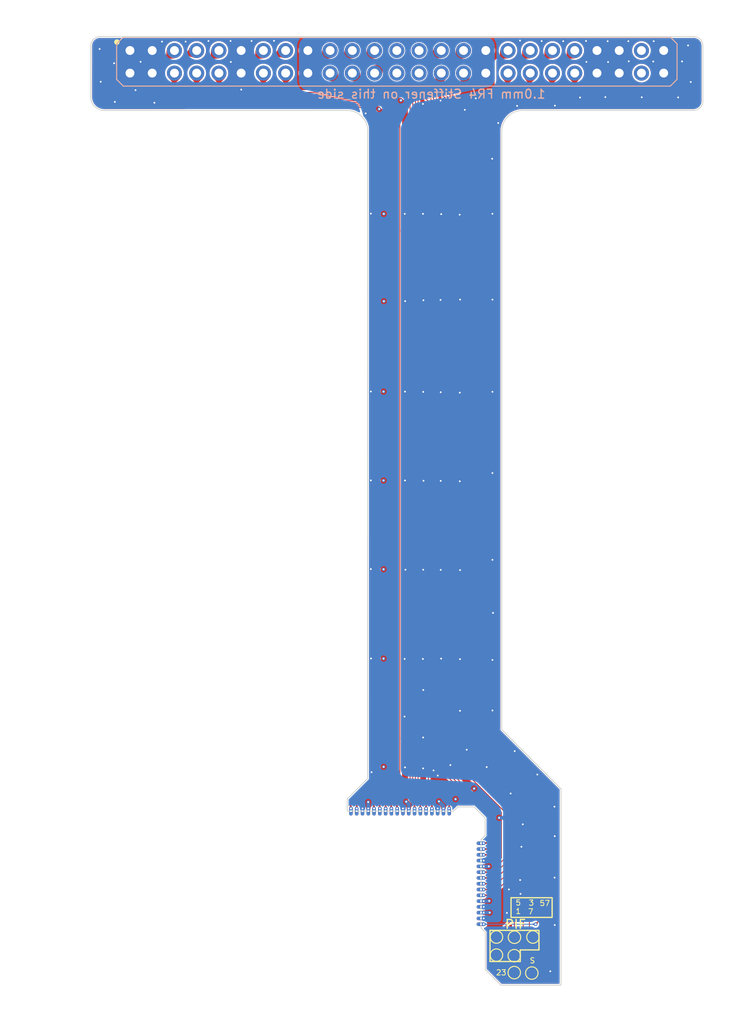
<source format=kicad_pcb>
(kicad_pcb (version 20240225) (generator "pcbnew") (generator_version "8.99")
  (layers (0 "F.Cu" signal) (1 "In1.Cu" signal) (2 "In2.Cu" signal) (31 "B.Cu" signal) (34 "B.Paste" user) (35 "F.Paste" user) (36 "B.SilkS" user "B.Silkscreen") (37 "F.SilkS" user "F.Silkscreen") (38 "B.Mask" user) (39 "F.Mask" user) (44 "Edge.Cuts" user))
  (net 0 "")
  (net 1 "GND")
  (net 2 "RCP-58")
  (net 3 "RCP-57")
  (net 4 "RCP-54")
  (net 5 "RCP-53")
  (net 6 "RCP-52")
  (net 7 "RCP-51")
  (net 8 "RCP-50")
  (net 9 "RCP-47")
  (net 10 "RCP-46")
  (net 11 "RCP-45")
  (net 12 "RCP-44")
  (net 13 "RCP-41")
  (net 14 "RCP-40")
  (net 15 "RCP-39")
  (net 16 "RCP-38")
  (net 17 "RCP-35")
  (net 18 "RCP-34")
  (net 19 "RCP-33")
  (net 20 "RCP-32")
  (net 21 "RCP-31")
  (net 22 "PIF-5")
  (net 23 "PIF-3")
  (net 24 "PIF-1")
  (net 25 "CPU-57")
  (net 26 "RCP-26")
  (net 27 "PIF-7")
  (net 28 "PIF-23")
  (net 29 "SYNC")
  (net 36 "+3.3V")
  (footprint "rcp_pad:TestPoint_RCP-NUS" (layer "F.Cu") (at 143.100828 127.177295)
    (property "Reference" "TP2" (hide yes))
    (property "Value" "Cart-28" (hide yes))
  )
  (footprint "TestPoint:TestPoint_Pad_D1.0mm" (layer "F.Cu") (at 160.811463 145.327295)
    (property "Reference" "TP38" (hide yes))
    (property "Value" "PIF-24" (hide yes))
  )
  (footprint "rcp_pad:TestPoint_RCP-NUS" (layer "F.Cu") (at 147.650828 127.177295)
    (property "Reference" "TP9" (hide yes))
    (property "Value" "Cart-7" (hide yes))
  )
  (footprint "rcp_pad:TestPoint_RCP-NUS" (layer "F.Cu") (at 157.075828 138.587295 -90)
    (property "Reference" "TP31" (hide yes))
    (property "Value" "GND" (hide yes))
  )
  (footprint "rcp_pad:TestPoint_RCP-NUS" (layer "F.Cu") (at 145.050828 127.177295)
    (property "Reference" "TP5" (hide yes))
    (property "Value" "Cart-4" (hide yes))
  )
  (footprint "rcp_pad:TestPoint_RCP-NUS" (layer "F.Cu") (at 157.075828 134.037295 -90)
    (property "Reference" "TP24" (hide yes))
    (property "Value" "Cart-37" (hide yes))
  )
  (footprint "rcp_pad:TestPoint_RCP-NUS" (layer "F.Cu") (at 142.450828 127.177295)
    (property "Reference" "TP1" (hide yes))
    (property "Value" "Cart-3" (hide yes))
  )
  (footprint "rcp_pad:TestPoint_RCP-NUS" (layer "F.Cu") (at 145.700828 127.177295)
    (property "Reference" "TP6" (hide yes))
    (property "Value" "Cart-29" (hide yes))
  )
  (footprint "rcp_pad:TestPoint_RCP-NUS" (layer "F.Cu") (at 157.075828 133.387295 -90)
    (property "Reference" "TP23" (hide yes))
    (property "Value" "GND" (hide yes))
  )
  (footprint "rcp_pad:TestPoint_RCP-NUS" (layer "F.Cu") (at 150.900828 127.177295)
    (property "Reference" "TP14" (hide yes))
    (property "Value" "Cart-33" (hide yes))
  )
  (footprint "rcp_pad:TestPoint_RCP-NUS" (layer "F.Cu") (at 148.950828 127.177295)
    (property "Reference" "TP11" (hide yes))
    (property "Value" "GND" (hide yes))
  )
  (footprint "rcp_pad:TestPoint_RCP-NUS" (layer "F.Cu") (at 153.500828 127.177295)
    (property "Reference" "TP18" (hide yes))
    (property "Value" "Cart-35" (hide yes))
  )
  (footprint "TestPoint:TestPoint_Pad_D1.0mm" (layer "F.Cu") (at 160.811463 143.427295)
    (property "Reference" "TP37" (hide yes))
    (property "Value" "PIF-7" (hide yes))
  )
  (footprint "rcp_pad:TestPoint_RCP-NUS" (layer "F.Cu") (at 152.850828 127.177295)
    (property "Reference" "TP17" (hide yes))
    (property "Value" "GND" (hide yes))
  )
  (footprint "rcp_pad:TestPoint_RCP-NUS" (layer "F.Cu") (at 144.400828 127.177295)
    (property "Reference" "TP4" (hide yes))
    (property "Value" "GND" (hide yes))
  )
  (footprint "rcp_pad:TestPoint_RCP-NUS" (layer "F.Cu") (at 148.300828 127.177295)
    (property "Reference" "TP10" (hide yes))
    (property "Value" "3v3" (hide yes))
  )
  (footprint "TestPoint:TestPoint_Pad_D1.0mm" (layer "F.Cu") (at 158.811463 143.362295)
    (property "Reference" "TP34" (hide yes))
    (property "Value" "PIF-1" (hide yes))
  )
  (footprint "TestPoint:TestPoint_Pad_D1.0mm" (layer "F.Cu") (at 160.836463 141.350495)
    (property "Reference" "TP35" (hide yes))
    (property "Value" "PIF-3" (hide yes))
  )
  (footprint "TestPoint:TestPoint_Pad_D1.0mm" (layer "F.Cu") (at 162.785828 145.377295)
    (property "Reference" "TP40" (hide yes))
    (property "Value" "VDC-NUS-32" (hide yes))
  )
  (footprint "rcp_pad:TestPoint_RCP-NUS" (layer "F.Cu") (at 157.075828 137.287295 -90)
    (property "Reference" "TP29" (hide yes))
    (property "Value" "GND" (hide yes))
  )
  (footprint "rcp_pad:TestPoint_RCP-NUS" (layer "F.Cu") (at 157.075828 135.987295 -90)
    (property "Reference" "TP27" (hide yes))
    (property "Value" "Cart-16" (hide yes))
  )
  (footprint "rcp_pad:TestPoint_RCP-NUS" (layer "F.Cu") (at 151.550828 127.177295)
    (property "Reference" "TP15" (hide yes))
    (property "Value" "Cart-10" (hide yes))
  )
  (footprint "rcp_pad:TestPoint_RCP-NUS" (layer "F.Cu") (at 149.600828 127.177295)
    (property "Reference" "TP12" (hide yes))
    (property "Value" "Cart-32" (hide yes))
  )
  (footprint "rcp_pad:TestPoint_RCP-NUS" (layer "F.Cu") (at 146.350828 127.177295)
    (property "Reference" "TP7" (hide yes))
    (property "Value" "Cart-5" (hide yes))
  )
  (footprint "rcp_pad:TestPoint_RCP-NUS" (layer "F.Cu") (at 147.000828 127.177295)
    (property "Reference" "TP8" (hide yes))
    (property "Value" "Cart-30" (hide yes))
  )
  (footprint "rcp_pad:TestPoint_RCP-NUS" (layer "F.Cu") (at 152.200828 127.177295)
    (property "Reference" "TP16" (hide yes))
    (property "Value" "3v3" (hide yes))
  )
  (footprint "rcp_pad:TestPoint_RCP-NUS" (layer "F.Cu") (at 157.075828 131.437295 -90)
    (property "Reference" "TP20" (hide yes))
    (property "Value" "Cart-36" (hide yes))
  )
  (footprint "rcp_pad:TestPoint_RCP-NUS" (layer "F.Cu") (at 157.075828 134.687295 -90)
    (property "Reference" "TP25" (hide yes))
    (property "Value" "Cart-15" (hide yes))
  )
  (footprint "rcp_pad:TestPoint_RCP-NUS" (layer "F.Cu") (at 157.075828 132.087295 -90)
    (property "Reference" "TP21" (hide yes))
    (property "Value" "Cart-12" (hide yes))
  )
  (footprint "rcp_pad:TestPoint_RCP-NUS" (layer "F.Cu") (at 157.075828 132.737295 -90)
    (property "Reference" "TP22" (hide yes))
    (property "Value" "3v3" (hide yes))
  )
  (footprint "TestPoint:TestPoint_Pad_D1.0mm" (layer "F.Cu") (at 162.911463 141.327295)
    (property "Reference" "TP39" (hide yes))
    (property "Value" "CPU-57" (hide yes))
  )
  (footprint "rcp_pad:TestPoint_RCP-NUS" (layer "F.Cu") (at 143.750828 127.177295)
    (property "Reference" "TP3" (hide yes))
    (property "Value" "3v3" (hide yes))
  )
  (footprint "rcp_pad:TestPoint_RCP-NUS" (layer "F.Cu") (at 157.075828 137.937295 -90)
    (property "Reference" "TP30" (hide yes))
    (property "Value" "3v3" (hide yes))
  )
  (footprint "rcp_pad:TestPoint_RCP-NUS" (layer "F.Cu") (at 157.075828 130.787295 -90)
    (property "Reference" "TP19" (hide yes))
    (property "Value" "Cart-11" (hide yes))
  )
  (footprint "rcp_pad:TestPoint_RCP-NUS" (layer "F.Cu") (at 157.075828 139.887295 -90)
    (property "Reference" "TP33" (hide yes))
    (property "Value" "Cart-20" (hide yes))
  )
  (footprint "TestPoint:TestPoint_Pad_D1.0mm" (layer "F.Cu") (at 158.811463 141.330295)
    (property "Reference" "TP36" (hide yes))
    (property "Value" "PIF-5" (hide yes))
  )
  (footprint "rcp_pad:TestPoint_RCP-NUS" (layer "F.Cu") (at 157.075828 136.637295 -90)
    (property "Reference" "TP28" (hide yes))
    (property "Value" "Cart-41" (hide yes))
  )
  (footprint "rcp_pad:TestPoint_RCP-NUS" (layer "F.Cu") (at 157.075828 135.337295 -90)
    (property "Reference" "TP26" (hide yes))
    (property "Value" "Cart-40" (hide yes))
  )
  (footprint "rcp_pad:TestPoint_RCP-NUS" (layer "F.Cu") (at 157.075828 139.237295 -90)
    (property "Reference" "TP32" (hide yes))
    (property "Value" "3v3" (hide yes))
  )
  (footprint "rcp_pad:TestPoint_RCP-NUS" (layer "F.Cu") (at 150.250828 127.177295)
    (property "Reference" "TP13" (hide yes))
    (property "Value" "Cart-8" (hide yes))
  )
  (footprint "rcp_pad:2x25_P2.5mm" (layer "B.Cu") (at 148.861463 42.927295 -90)
    (property "Reference" "J1" (hide yes))
    (property "Value" "Conn_01x50")
  )
  (gr_rect (start 160.45 136.91) (end 165.07 139.12) (stroke (width 0.15)) (fill none) (layer "F.SilkS"))
  (gr_line (start 163.485828 140.577295) (end 163.585828 140.577295) (stroke (width 0.15)) (layer "F.SilkS"))
  (gr_line (start 161.485828 144.077295) (end 158.785828 144.077295) (stroke (width 0.15)) (layer "F.SilkS"))
  (gr_line (start 163.59 140.6) (end 163.59 142.6) (stroke (width 0.15)) (layer "F.SilkS"))
  (gr_line (start 158.085828 144.077295) (end 158.085828 140.577295) (stroke (width 0.15)) (layer "F.SilkS"))
  (gr_line (start 163.585828 142.677295) (end 163.585828 142.777295) (stroke (width 0.15)) (layer "F.SilkS"))
  (gr_circle (center 116.141463 40.727295) (end 116.372331 40.727295) (stroke (width 0.15)) (fill solid) (layer "F.SilkS"))
  (gr_line (start 158.085828 140.577295) (end 163.485828 140.577295) (stroke (width 0.15)) (layer "F.SilkS"))
  (gr_line (start 163.585828 142.577295) (end 163.585828 142.677295) (stroke (width 0.15)) (layer "F.SilkS"))
  (gr_line (start 161.485828 142.777295) (end 161.485828 144.077295) (stroke (width 0.15)) (layer "F.SilkS"))
  (gr_line (start 163.585828 142.777295) (end 161.485828 142.777295) (stroke (width 0.15)) (layer "F.SilkS"))
  (gr_line (start 158.785828 144.077295) (end 158.085828 144.077295) (stroke (width 0.15)) (layer "F.SilkS"))
  (gr_line (start 113.211463 41.126817) (end 113.21 46.993867) (stroke (width 0.1)) (layer "Edge.Cuts"))
  (gr_line (start 157.075828 140.297295) (end 157.074428 130.387295) (stroke (width 0.1)) (layer "Edge.Cuts"))
  (gr_line (start 166.060828 146.735295) (end 159.317428 146.735295) (stroke (width 0.1)) (layer "Edge.Cuts"))
  (gr_line (start 182.011463 41.127295) (end 182.011463 47.42027) (stroke (width 0.1)) (layer "Edge.Cuts"))
  (gr_line (start 156.294828 126.694695) (end 154.466028 126.694695) (stroke (width 0.1)) (layer "Edge.Cuts"))
  (gr_line (start 157.545828 127.947295) (end 156.294828 126.694695) (stroke (width 0.1)) (layer "Edge.Cuts"))
  (gr_line (start 166.060828 146.735295) (end 166.060828 124.672295) (stroke (width 0.1)) (layer "Edge.Cuts"))
  (gr_line (start 153.983428 127.177295) (end 142.035828 127.171195) (stroke (width 0.1)) (layer "Edge.Cuts"))
  (gr_line (start 144.328097 123.511903) (end 144.326711 50.369592) (stroke (width 0.1)) (layer "Edge.Cuts"))
  (gr_line (start 157.545828 129.917295) (end 157.545828 127.947295) (stroke (width 0.1)) (layer "Edge.Cuts"))
  (gr_line (start 157.074428 130.387295) (end 157.545828 129.917295) (stroke (width 0.1)) (layer "Edge.Cuts"))
  (gr_line (start 159.398795 118.010262) (end 159.398795 50.777295) (stroke (width 0.1)) (layer "Edge.Cuts"))
  (gr_line (start 142.035828 127.171195) (end 142.035828 125.809988) (stroke (width 0.1)) (layer "Edge.Cuts"))
  (gr_arc (start 182.011463 47.42027) (mid 181.691881 48.110725) (end 180.991447 48.407798) (stroke (width 0.1)) (layer "Edge.Cuts"))
  (gr_arc (start 114.733444 48.41) (mid 113.687391 48.00781) (end 113.21 46.993867) (stroke (width 0.1)) (layer "Edge.Cuts"))
  (gr_arc (start 113.211463 41.127295) (mid 113.504356 40.420188) (end 114.211463 40.127295) (stroke (width 0.1)) (layer "Edge.Cuts"))
  (gr_line (start 166.060828 124.672295) (end 159.398795 118.010262) (stroke (width 0.1)) (layer "Edge.Cuts"))
  (gr_line (start 157.564828 144.982695) (end 157.565828 140.787295) (stroke (width 0.1)) (layer "Edge.Cuts"))
  (gr_line (start 157.075828 140.297295) (end 157.565828 140.787295) (stroke (width 0.1)) (layer "Edge.Cuts"))
  (gr_line (start 161.76 48.408752) (end 180.991447 48.407798) (stroke (width 0.1)) (layer "Edge.Cuts"))
  (gr_arc (start 159.398795 50.777295) (mid 160.08779 49.102939) (end 161.76 48.408752) (stroke (width 0.1)) (layer "Edge.Cuts"))
  (gr_line (start 159.317428 146.735295) (end 157.564828 144.982695) (stroke (width 0.1)) (layer "Edge.Cuts"))
  (gr_arc (start 142.007056 48.410146) (mid 143.53 48.96) (end 144.326711 50.369592) (stroke (width 0.1)) (layer "Edge.Cuts"))
  (gr_arc (start 181.011463 40.127295) (mid 181.71857 40.420188) (end 182.011463 41.127295) (stroke (width 0.1)) (layer "Edge.Cuts"))
  (gr_line (start 142.007056 48.410146) (end 114.733444 48.41) (stroke (width 0.1)) (layer "Edge.Cuts"))
  (gr_line (start 181.011463 40.127295) (end 114.211463 40.127295) (stroke (width 0.1)) (layer "Edge.Cuts"))
  (gr_line (start 154.466028 126.694695) (end 153.983428 127.177295) (stroke (width 0.1)) (layer "Edge.Cuts"))
  (gr_line (start 144.328097 123.511903) (end 142.032918 125.807082) (stroke (width 0.1)) (layer "Edge.Cuts"))
  (gr_text "1.0mm FR4 Stiffener on this side" (at 164.401463 47.157295 0) (layer "B.SilkS") (effects (font (size 1 1)) (justify left bottom mirror)))
  (gr_text "S" (at 162.501463 144.327295 0) (layer "F.SilkS") (effects (font (size 0.6 0.6) (thickness 0.1)) (justify left bottom)))
  (gr_text "7" (at 162.311463 138.82 0) (layer "F.SilkS") (effects (font (size 0.6 0.6) (thickness 0.1) (bold yes)) (justify left bottom)))
  (gr_text "1" (at 160.911463 138.777295 0) (layer "F.SilkS") (effects (font (size 0.6 0.6) (thickness 0.1) (bold yes)) (justify left bottom)))
  (gr_text "5" (at 160.911463 137.827295 0) (layer "F.SilkS") (effects (font (size 0.6 0.6) (thickness 0.1) (bold yes)) (justify left bottom)))
  (gr_text "57" (at 163.611463 137.877295 0) (layer "F.SilkS") (effects (font (size 0.6 0.6) (thickness 0.1) (bold yes)) (justify left bottom)))
  (gr_text "PIF" (at 159.685828 140.477295 0) (layer "F.SilkS") (effects (font (size 1 1)) (justify left bottom)))
  (gr_text "23" (at 158.711463 145.677295 0) (layer "F.SilkS") (effects (font (size 0.6 0.6) (thickness 0.1) (bold yes)) (justify left bottom)))
  (gr_text "3" (at 162.38 137.84 0) (layer "F.SilkS") (effects (font (size 0.6 0.6) (thickness 0.1) (bold yes)) (justify left bottom)))
  (segment (start 148.945828 126.877295) (end 148.950828 126.872295) (width 0.25) (layer "F.Cu") (net 1))
  (segment (start 144.405828 126.877295) (end 144.400828 126.872295) (width 0.25) (layer "F.Cu") (net 1))
  (segment (start 152.850828 126.882295) (end 152.845828 126.877295) (width 0.25) (layer "F.Cu") (net 1))
  (segment (start 144.400828 126.882295) (end 144.405828 126.877295) (width 0.25) (layer "F.Cu") (net 1))
  (segment (start 152.845828 126.877295) (end 152.850828 126.872295) (width 0.25) (layer "F.Cu") (net 1))
  (segment (start 148.950828 126.882295) (end 148.945828 126.877295) (width 0.25) (layer "F.Cu") (net 1))
  (via (at 165.333953 126.673892) (size 0.4) (drill 0.2) (layers "F.Cu" "B.Cu") (net 1))
  (via (at 157.995493 137.265952) (size 0.4) (drill 0.2) (layers "F.Cu" "B.Cu") (net 1))
  (via (at 150.58 80.05) (size 0.4) (drill 0.2) (layers "F.Cu" "B.Cu") (net 1))
  (via (at 158.361463 89.177295) (size 0.4) (drill 0.2) (layers "F.Cu" "B.Cu") (net 1))
  (via (at 150.584613 113.559366) (size 0.4) (drill 0.2) (layers "F.Cu" "B.Cu") (net 1))
  (via (at 148.545261 69.846993) (size 0.4) (drill 0.2) (layers "F.Cu" "B.Cu") (net 1))
  (via (at 179.234246 46.950424) (size 0.4) (drill 0.2) (layers "F.Cu" "B.Cu") (net 1))
  (via (at 121.209923 40.678562) (size 0.4) (drill 0.2) (layers "F.Cu" "B.Cu") (net 1))
  (via (at 156.483614 47.053407) (size 0.4) (drill 0.2) (layers "F.Cu" "B.Cu") (net 1))
  (via (at 157.71 122.22) (size 0.4) (drill 0.2) (layers "F.Cu" "B.Cu") (net 1))
  (via (at 176.490982 40.630091) (size 0.4) (drill 0.2) (layers "F.Cu" "B.Cu") (net 1))
  (via (at 155.252458 48.346743) (size 0.4) (drill 0.2) (layers "F.Cu" "B.Cu") (net 1))
  (via (at 150.546506 47.677295) (size 0.4) (drill 0.2) (layers "F.Cu" "B.Cu") (net 1))
  (via (at 173.683019 42.894774) (size 0.4) (drill 0.2) (layers "F.Cu" "B.Cu") (net 1))
  (via (at 171.052565 46.915234) (size 0.4) (drill 0.2) (layers "F.Cu" "B.Cu") (net 1))
  (via (at 146.12 80.02) (size 0.4) (drill 0.2) (layers "F.Cu" "B.Cu") (net 1))
  (via (at 154.708832 115.897665) (size 0.4) (drill 0.2) (layers "F.Cu" "B.Cu") (net 1))
  (via (at 180.650645 45.217315) (size 0.4) (drill 0.2) (layers "F.Cu" "B.Cu") (net 1))
  (via (at 158.359058 115.860741) (size 0.4) (drill 0.2) (layers "F.Cu" "B.Cu") (net 1))
  (via (at 158.048685 138.585111) (size 0.4) (drill 0.2) (layers "F.Cu" "B.Cu") (net 1))
  (via (at 158.361463 98.927295) (size 0.4) (drill 0.2) (layers "F.Cu" "B.Cu") (net 1))
  (via (at 168.877199 40.60537) (size 0.4) (drill 0.2) (layers "F.Cu" "B.Cu") (net 1))
  (via (at 152.59 110.03) (size 0.4) (drill 0.2) (layers "F.Cu" "B.Cu") (net 1))
  (via (at 168.21097 46.959222) (size 0.4) (drill 0.2) (layers "F.Cu" "B.Cu") (net 1))
  (via (at 133.802497 40.586571) (size 0.4) (drill 0.2) (layers "F.Cu" "B.Cu") (net 1))
  (via (at 159.985875 138.618382) (size 0.4) (drill 0.2) (layers "F.Cu" "B.Cu") (net 1))
  (via (at 148.477443 116.547716) (size 0.4) (drill 0.2) (layers "F.Cu" "B.Cu") (net 1))
  (via (at 159.111463 127.927295) (size 0.4) (drill 0.2) (layers "F.Cu" "B.Cu") (net 1))
  (via (at 161.128977 47.900555) (size 0.4) (drill 0.2) (layers "F.Cu" "B.Cu") (net 1))
  (via (at 120.355211 47.552083) (size 0.4) (drill 0.2) (layers "F.Cu" "B.Cu") (net 1))
  (via (at 146.13 122.2) (size 0.4) (drill 0.2) (layers "F.Cu" "B.Cu") (net 1))
  (via (at 148.06748 47.28316) (size 0.4) (drill 0.2) (layers "F.Cu" "B.Cu") (net 1))
  (via (at 152.542416 100.056482) (size 0.4) (drill 0.2) (layers "F.Cu" "B.Cu") (net 1))
  (via (at 171.312127 40.630091) (size 0.4) (drill 0.2) (layers "F.Cu" "B.Cu") (net 1))
  (via (at 148.5 60.04) (size 0.4) (drill 0.2) (layers "F.Cu" "B.Cu") (net 1))
  (via (at 171.360478 42.973951) (size 0.4) (drill 0.2) (layers "F.Cu" "B.Cu") (net 1))
  (via (at 118.801105 42.950952) (size 0.4) (drill 0.2) (layers "F.Cu" "B.Cu") (net 1))
  (via (at 151.739548 122.600183) (size 0.4) (drill 0.2) (layers "F.Cu" "B.Cu") (net 1))
  (via (at 130.120378 46.0714) (size 0.4) (drill 0.2) (layers "F.Cu" "B.Cu") (net 1))
  (via (at 126.432979 40.607013) (size 0.4) (drill 0.2) (layers "F.Cu" "B.Cu") (net 1))
  (via (at 154.687061 90.098769) (size 0.4) (drill 0.2) (layers "F.Cu" "B.Cu") (net 1))
  (via (at 168.923568 42.956356) (size 0.4) (drill 0.2) (layers "F.Cu" "B.Cu") (net 1))
  (via (at 160.211463 135.977295) (size 0.4) (drill 0.2) (layers "F.Cu" "B.Cu") (net 1))
  (via (at 175.143406 46.932829) (size 0.4) (drill 0.2) (layers "F.Cu" "B.Cu") (net 1))
  (via (at 114.199974 41.50698) (size 0.4) (drill 0.2) (layers "F.Cu" "B.Cu") (net 1))
  (via (at 154.676175 60.130685) (size 0.4) (drill 0.2) (layers "F.Cu" "B.Cu") (net 1))
  (via (at 164.861463 145.177295) (size 0.4) (drill 0.2) (layers "F.Cu" "B.Cu") (net 1))
  (via (at 148.666402 126.117386) (size 0.4) (drill 0.2) (layers "F.Cu" "B.Cu") (net 1))
  (via (at 154.722757 69.672411) (size 0.4) (drill 0.2) (layers "F.Cu" "B.Cu") (net 1))
  (via (at 115.827502 43.110034) (size 0.4) (drill 0.2) (layers "F.Cu" "B.Cu") (net 1))
  (via (at 146.12 99.99) (size 0.4) (drill 0.2) (layers "F.Cu" "B.Cu") (net 1))
  (via (at 161.77 128.66) (size 0.4) (drill 0.2) (layers "F.Cu" "B.Cu") (net 1))
  (via (at 180.35153 41.10888) (size 0.4) (drill 0.2) (layers "F.Cu" "B.Cu") (net 1))
  (via (at 165.378173 47.874162) (size 0.4) (drill 0.2) (layers "F.Cu" "B.Cu") (net 1))
  (via (at 153.63 122) (size 0.4) (drill 0.2) (layers "F.Cu" "B.Cu") (net 1))
  (via (at 150.57 122.37) (size 0.4) (drill 0.2) (layers "F.Cu" "B.Cu") (net 1))
  (via (at 152.211463 123.177295) (size 0.4) (drill 0.2) (layers "F.Cu" "B.Cu") (net 1))
  (via (at 146.12 110.03) (size 0.4) (drill 0.2) (layers "F.Cu" "B.Cu") (net 1))
  (via (at 148.58 100.04) (size 0.4) (drill 0.2) (layers "F.Cu" "B.Cu") (net 1))
  (via (at 158.361463 69.677295) (size 0.4) (drill 0.2) (layers "F.Cu" "B.Cu") (net 1))
  (via (at 150.58 100.04) (size 0.4) (drill 0.2) (layers "F.Cu" "B.Cu") (net 1))
  (via (at 154.687061 80.138436) (size 0.4) (drill 0.2) (layers "F.Cu" "B.Cu") (net 1))
  (via (at 152.520345 69.712699) (size 0.4) (drill 0.2) (layers "F.Cu" "B.Cu") (net 1))
  (via (at 146.154839 69.860422) (size 0.4) (drill 0.2) (layers "F.Cu" "B.Cu") (net 1))
  (via (at 152.541212 80.086181) (size 0.4) (drill 0.2) (layers "F.Cu" "B.Cu") (net 1))
  (via (at 161.511463 136.477295) (size 0.4) (drill 0.2) (layers "F.Cu" "B.Cu") (net 1))
  (via (at 163.896105 40.61773) (size 0.4) (drill 0.2) (layers "F.Cu" "B.Cu") (net 1))
  (via (at 115.913161 47.454187) (size 0.4) (drill 0.2) (layers "F.Cu" "B.Cu") (net 1))
  (via (at 161.617745 131.183464) (size 0.4) (drill 0.2) (layers "F.Cu" "B.Cu") (net 1))
  (via (at 146.15 60.04) (size 0.4) (drill 0.2) (layers "F.Cu" "B.Cu") (net 1))
  (via (at 155.463533 120.274987) (size 0.4) (drill 0.2) (layers "F.Cu" "B.Cu") (net 1))
  (via (at 158.361463 60.03) (size 0.4) (drill 0.2) (layers "F.Cu" "B.Cu") (net 1))
  (via (at 148.53 122.26) (size 0.4) (drill 0.2) (layers "F.Cu" "B.Cu") (net 1))
  (via (at 148.53 90.01) (size 0.4) (drill 0.2) (layers "F.Cu" "B.Cu") (net 1))
  (via (at 144.394661 126.15676) (size 0.4) (drill 0.2) (layers "F.Cu" "B.Cu") (net 1))
  (via (at 165.361463 129.99) (size 0.4) (drill 0.2) (layers "F.Cu" "B.Cu") (net 1))
  (via (at 154.708832 110.095635) (size 0.4) (drill 0.2) (layers "F.Cu" "B.Cu") (net 1))
  (via (at 158.32868 53.842973) (size 0.4) (drill 0.2) (layers "F.Cu" "B.Cu") (net 1))
  (via (at 179.674122 42.903571) (size 0.4) (drill 0.2) (layers "F.Cu" "B.Cu") (net 1))
  (via (at 150.55 60.04) (size 0.4) (drill 0.2) (layers "F.Cu" "B.Cu") (net 1))
  (via (at 131.277849 40.607013) (size 0.4) (drill 0.2) (layers "F.Cu" "B.Cu") (net 1))
  (via (at 152.344024 126.083087) (size 0.4) (drill 0.2) (layers "F.Cu" "B.Cu") (net 1))
  (via (at 163.407752 123.060905) (size 0.4) (drill 0.2) (layers "F.Cu" "B.Cu") (net 1))
  (via (at 146.12 90.01) (size 0.4) (drill 0.2) (layers "F.Cu" "B.Cu") (net 1))
  (via (at 154.719718 100.080873) (size 0.4) (drill 0.2) (layers "F.Cu" "B.Cu") (net 1))
  (via (at 176.436639 42.912369) (size 0.4) (drill 0.2) (layers "F.Cu" "B.Cu") (net 1))
  (via (at 148.53 80.02) (size 0.4) (drill 0.2) (layers "F.Cu" "B.Cu") (net 1))
  (via (at 161.470669 134.922821) (size 0.4) (drill 0.2) (layers "F.Cu" "B.Cu") (net 1))
  (via (at 152.6 60.07) (size 0.4) (drill 0.2) (layers "F.Cu" "B.Cu") (net 1))
  (via (at 154.211463 125.827295) (size 0.4) (drill 0.2) (layers "F.Cu" "B.Cu") (net 1))
  (via (at 152.529713 47.309323) (size 0.4) (drill 0.2) (layers "F.Cu" "B.Cu") (net 1))
  (via (at 158.361463 110.177295) (size 0.4) (drill 0.2) (layers "F.Cu" "B.Cu") (net 1))
  (via (at 160.404184 125.193873) (size 0.4) (drill 0.2) (layers "F.Cu" "B.Cu") (net 1))
  (via (at 156.299421 124.641848) (size 0.4) (drill 0.2) (layers "F.Cu" "B.Cu") (net 1))
  (via (at 158.361463 80.04) (size 0.4) (drill 0.2) (layers "F.Cu" "B.Cu") (net 1))
  (via (at 118.238201 46.132585) (size 0.4) (drill 0.2) (layers "F.Cu" "B.Cu") (net 1))
  (via (at 128.916742 40.607013) (size 0.4) (drill 0.2) (layers "F.Cu" "B.Cu") (net 1))
  (via (at 128.945621 42.963189) (size 0.4) (drill 0.2) (layers "F.Cu" "B.Cu") (net 1))
  (via (at 152.541043 90.052665) (size 0.4) (drill 0.2) (layers "F.Cu" "B.Cu") (net 1))
  (via (at 165.361463 139.98) (size 0.4) (drill 0.2) (layers "F.Cu" "B.Cu") (net 1))
  (via (at 157.946841 133.38714) (size 0.4) (drill 0.2) (layers "F.Cu" "B.Cu") (net 1))
  (via (at 166.318672 40.630091) (size 0.4) (drill 0.2) (layers "F.Cu" "B.Cu") (net 1))
  (via (at 173.635813 40.630091) (size 0.4) (drill 0.2) (layers "F.Cu" "B.Cu") (net 1))
  (via (at 150.570938 118.897142) (size 0.4) (drill 0.2) (layers "F.Cu" "B.Cu") (net 1))
  (via (at 160.861463 120.427295) (size 0.4) (drill 0.2) (layers "F.Cu" "B.Cu") (net 1))
  (via (at 150.54 110.07) (size 0.4) (drill 0.2) (layers "F.Cu" "B.Cu") (net 1))
  (via (at 165.344836 134.650759) (size 0.4) (drill 0.2) (layers "F.Cu" "B.Cu") (net 1))
  (via (at 161.461185 40.566128) (size 0.4) (drill 0.2) (layers "F.Cu" "B.Cu") (net 1))
  (via (at 123.867447 40.678562) (size 0.4) (drill 0.2) (layers "F.Cu" "B.Cu") (net 1))
  (via (at 158.419815 104.894092) (size 0.4) (drill 0.2) (layers "F.Cu" "B.Cu") (net 1))
  (via (at 148.49 110.07) (size 0.4) (drill 0.2) (layers "F.Cu" "B.Cu") (net 1))
  (via (at 145.623776 48.255864) (size 0.4) (drill 0.2) (layers "F.Cu" "B.Cu") (net 1))
  (via (at 159.011463 49.827295) (size 0.4) (drill 0.2) (layers "F.Cu" "B.Cu") (net 1))
  (via (at 114.322344 45.190332) (size 0.4) (drill 0.2) (layers "F.Cu" "B.Cu") (net 1))
  (via (at 150.61 90.04) (size 0.4) (drill 0.2) (layers "F.Cu" "B.Cu") (net 1))
  (via (at 150.59995 69.752987) (size 0.4) (drill 0.2) (layers "F.Cu" "B.Cu") (net 1))
  (segment (start 148.666402 126.117386) (end 148.950856 126.40184) (width 0.4) (layer "B.Cu") (net 1))
  (segment (start 144.394661 126.15676) (end 144.394661 126.819999) (width 0.4) (layer "B.Cu") (net 1))
  (segment (start 157.427986 138.585111) (end 157.427986 138.587245) (width 0.4) (layer "B.Cu") (net 1))
  (segment (start 158.048685 138.585111) (end 157.427986 138.585111) (width 0.4) (layer "B.Cu") (net 1))
  (segment (start 157.995493 137.265952) (end 157.97415 137.287295) (width 0.4) (layer "B.Cu") (net 1))
  (segment (start 144.394661 126.819999) (end 144.400857 126.820002) (width 0.4) (layer "B.Cu") (net 1))
  (segment (start 148.950856 126.40184) (end 148.950856 126.822325) (width 0.4) (layer "B.Cu") (net 1))
  (segment (start 157.946841 133.38714) (end 157.427252 133.38714) (width 0.4) (layer "B.Cu") (net 1))
  (segment (start 152.850855 126.589918) (end 152.850855 126.824317) (width 0.4) (layer "B.Cu") (net 1))
  (segment (start 159.111463 127.927295) (end 159.611463 127.927295) (width 0.4) (layer "B.Cu") (net 1))
  (segment (start 157.97415 137.287295) (end 157.427803 137.287295) (width 0.4) (layer "B.Cu") (net 1))
  (segment (start 152.344024 126.083087) (end 152.850855 126.589918) (width 0.4) (layer "B.Cu") (net 1))
  (segment (start 145.250828 123.273716) (end 145.250828 119.94) (width 0.1) (layer "F.Cu") (net 2))
  (segment (start 142.450828 126.48793) (end 144.957935 123.980823) (width 0.1) (layer "F.Cu") (net 2))
  (segment (start 145.250828 119.94) (end 145.250828 119.8) (width 0.1) (layer "F.Cu") (net 2))
  (segment (start 144.0889 48.0889) (end 144.957935 48.957935) (width 0.1) (layer "F.Cu") (net 2))
  (segment (start 124.1689 48.0889) (end 144.0889 48.0889) (width 0.1) (layer "F.Cu") (net 2))
  (segment (start 142.450828 126.889172) (end 142.450828 126.48793) (width 0.1) (layer "F.Cu") (net 2))
  (segment (start 121.311463 42.977295) (end 121.311463 45.231463) (width 0.1) (layer "F.Cu") (net 2))
  (segment (start 145.250828 69.8) (end 145.250828 69.18) (width 0.1) (layer "F.Cu") (net 2))
  (segment (start 121.311463 45.231463) (end 124.1689 48.0889) (width 0.1) (layer "F.Cu") (net 2))
  (segment (start 142.450828 126.882295) (end 142.445828 126.877295) (width 0.1) (layer "F.Cu") (net 2))
  (segment (start 145.250828 119.94) (end 145.250828 69.8) (width 0.1) (layer "F.Cu") (net 2))
  (segment (start 122.601463 41.687295) (end 121.311463 42.977295) (width 0.1) (layer "F.Cu") (net 2))
  (segment (start 145.250828 49.665042) (end 145.250828 69.8) (width 0.1) (layer "F.Cu") (net 2))
  (arc (start 145.250828 49.665042) (mid 145.174708 49.282359) (end 144.957935 48.957935) (width 0.1) (layer "F.Cu") (net 2))
  (arc (start 144.957935 123.980823) (mid 145.174708 123.6564) (end 145.250828 123.273716) (width 0.1) (layer "F.Cu") (net 2))
  (segment (start 143.100828 126.890899) (end 143.100828 126.43793) (width 0.1) (layer "F.Cu") (net 3))
  (segment (start 145.550828 119.77) (end 145.550828 119.65) (width 0.1) (layer "F.Cu") (net 3))
  (segment (start 124.884168 47.9) (end 122.611463 45.627295) (width 0.1) (layer "F.Cu") (net 3))
  (segment (start 145.550828 123.573716) (end 145.550828 119.77) (width 0.1) (layer "F.Cu") (net 3))
  (segment (start 145.550828 69.21) (end 145.550828 49.405042) (width 0.1) (layer "F.Cu") (net 3))
  (segment (start 143.100828 126.882295) (end 143.095828 126.877295) (width 0.1) (layer "F.Cu") (net 3))
  (segment (start 143.100828 126.43793) (end 145.257935 124.280823) (width 0.1) (layer "F.Cu") (net 3))
  (segment (start 122.611463 45.627295) (end 122.611463 44.217295) (width 0.1) (layer "F.Cu") (net 3))
  (segment (start 145.257935 48.697935) (end 144.46 47.9) (width 0.1) (layer "F.Cu") (net 3))
  (segment (start 145.550828 119.77) (end 145.550828 69.21) (width 0.1) (layer "F.Cu") (net 3))
  (segment (start 144.46 47.9) (end 124.884168 47.9) (width 0.1) (layer "F.Cu") (net 3))
  (segment (start 145.550828 69.21) (end 145.550828 68.91) (width 0.1) (layer "F.Cu") (net 3))
  (arc (start 145.550828 49.405042) (mid 145.474708 49.022359) (end 145.257935 48.697935) (width 0.1) (layer "F.Cu") (net 3))
  (arc (start 145.550828 123.573716) (mid 145.474708 123.956399) (end 145.257935 124.280823) (width 0.1) (layer "F.Cu") (net 3))
  (segment (start 124.561463 41.687295) (end 124.771463 41.687295) (width 0.1) (layer "F.Cu") (net 4))
  (segment (start 146.750828 68.27) (end 146.750828 68.22) (width 0.1) (layer "F.Cu") (net 4))
  (segment (start 145.050828 126.882295) (end 145.045828 126.877295) (width 0.1) (layer "F.Cu") (net 4))
  (segment (start 146.750828 68.27) (end 146.750828 67.95) (width 0.1) (layer "F.Cu") (net 4))
  (segment (start 123.811463 42.437295) (end 124.561463 41.687295) (width 0.1) (layer "F.Cu") (net 4))
  (segment (start 123.811463 45.527295) (end 123.811463 42.437295) (width 0.1) (layer "F.Cu") (net 4))
  (segment (start 145.050828 126.890899) (end 145.050828 126.48793) (width 0.1) (layer "F.Cu") (net 4))
  (segment (start 146.750828 119.49) (end 146.750828 68.27) (width 0.1) (layer "F.Cu") (net 4))
  (segment (start 146.750828 119.49) (end 146.750828 119.35) (width 0.1) (layer "F.Cu") (net 4))
  (segment (start 146.750828 68.22) (end 146.75 68.219172) (width 0.1) (layer "F.Cu") (net 4))
  (segment (start 146.750828 124.78793) (end 146.750828 119.49) (width 0.1) (layer "F.Cu") (net 4))
  (segment (start 145.734168 47.7) (end 125.984168 47.7) (width 0.1) (layer "F.Cu") (net 4))
  (segment (start 145.050828 126.48793) (end 146.750828 124.78793) (width 0.1) (layer "F.Cu") (net 4))
  (segment (start 146.457107 48.422939) (end 145.734168 47.7) (width 0.1) (layer "F.Cu") (net 4))
  (segment (start 146.75 68.219172) (end 146.75 49.130046) (width 0.1) (layer "F.Cu") (net 4))
  (segment (start 125.984168 47.7) (end 123.811463 45.527295) (width 0.1) (layer "F.Cu") (net 4))
  (arc (start 146.75 49.130046) (mid 146.67388 48.747363) (end 146.457107 48.422939) (width 0.1) (layer "F.Cu") (net 4))
  (segment (start 145.700828 126.882295) (end 145.695828 126.877295) (width 0.1) (layer "F.Cu") (net 5))
  (segment (start 147.050828 119.2) (end 147.050828 66.88) (width 0.1) (layer "F.Cu") (net 5))
  (segment (start 147.050828 66.88) (end 147.050828 66.83) (width 0.1) (layer "F.Cu") (net 5))
  (segment (start 126.995268 47.5111) (end 125.111463 45.627295) (width 0.1) (layer "F.Cu") (net 5))
  (segment (start 145.700828 126.48793) (end 147.050828 125.13793) (width 0.1) (layer "F.Cu") (net 5))
  (segment (start 147.050828 125.13793) (end 147.050828 119.2) (width 0.1) (layer "F.Cu") (net 5))
  (segment (start 147.05 53.92) (end 147.05 53.52) (width 0.1) (layer "F.Cu") (net 5))
  (segment (start 147.050828 66.88) (end 147.050828 66.620828) (width 0.1) (layer "F.Cu") (net 5))
  (segment (start 145.945268 47.5111) (end 126.995268 47.5111) (width 0.1) (layer "F.Cu") (net 5))
  (segment (start 145.700828 126.890899) (end 145.700828 126.48793) (width 0.1) (layer "F.Cu") (net 5))
  (segment (start 146.757107 48.322939) (end 145.945268 47.5111) (width 0.1) (layer "F.Cu") (net 5))
  (segment (start 147.05 66.829172) (end 147.05 53.92) (width 0.1) (layer "F.Cu") (net 5))
  (segment (start 125.111463 45.627295) (end 125.111463 44.217295) (width 0.1) (layer "F.Cu") (net 5))
  (segment (start 147.050828 119.2) (end 147.050828 119.13) (width 0.1) (layer "F.Cu") (net 5))
  (segment (start 147.050828 66.83) (end 147.05 66.829172) (width 0.1) (layer "F.Cu") (net 5))
  (segment (start 147.05 53.92) (end 147.05 49.030046) (width 0.1) (layer "F.Cu") (net 5))
  (arc (start 146.757107 48.322939) (mid 146.97388 48.647362) (end 147.05 49.030046) (width 0.1) (layer "F.Cu") (net 5))
  (segment (start 147.350828 119.38) (end 147.350828 119.32) (width 0.1) (layer "F.Cu") (net 6))
  (segment (start 147.350828 63.24) (end 147.350828 63) (width 0.1) (layer "F.Cu") (net 6))
  (segment (start 147.35 63.179172) (end 147.35 48.930046) (width 0.1) (layer "F.Cu") (net 6))
  (segment (start 146.156368 47.3222) (end 128.006368 47.3222) (width 0.1) (layer "F.Cu") (net 6))
  (segment (start 126.311463 42.977295) (end 127.611463 41.677295) (width 0.1) (layer "F.Cu") (net 6))
  (segment (start 147.350828 125.45043) (end 147.350828 119.38) (width 0.1) (layer "F.Cu") (net 6))
  (segment (start 146.350828 126.45043) (end 147.350828 125.45043) (width 0.1) (layer "F.Cu") (net 6))
  (segment (start 146.350828 126.890899) (end 146.350828 126.45043) (width 0.1) (layer "F.Cu") (net 6))
  (segment (start 126.311463 45.627295) (end 126.311463 42.977295) (width 0.1) (layer "F.Cu") (net 6))
  (segment (start 147.350828 119.38) (end 147.350828 119.07) (width 0.1) (layer "F.Cu") (net 6))
  (segment (start 147.350828 63.18) (end 147.35 63.179172) (width 0.1) (layer "F.Cu") (net 6))
  (segment (start 147.350828 119.32) (end 147.350828 63.24) (width 0.1) (layer "F.Cu") (net 6))
  (segment (start 147.350828 63.24) (end 147.350828 63.18) (width 0.1) (layer "F.Cu") (net 6))
  (segment (start 147.057107 48.222939) (end 146.156368 47.3222) (width 0.1) (layer "F.Cu") (net 6))
  (segment (start 146.350828 126.882295) (end 146.345828 126.877295) (width 0.1) (layer "F.Cu") (net 6))
  (segment (start 128.006368 47.3222) (end 126.311463 45.627295) (width 0.1) (layer "F.Cu") (net 6))
  (arc (start 147.057107 48.222939) (mid 147.27388 48.547362) (end 147.35 48.930046) (width 0.1) (layer "F.Cu") (net 6))
  (segment (start 147.000828 126.48793) (end 147.650828 125.83793) (width 0.1) (layer "F.Cu") (net 7))
  (segment (start 147.357935 48.123767) (end 146.367468 47.1333) (width 0.1) (layer "F.Cu") (net 7))
  (segment (start 147.000828 126.882295) (end 146.995828 126.877295) (width 0.1) (layer "F.Cu") (net 7))
  (segment (start 147.650828 125.83793) (end 147.650828 119.03) (width 0.1) (layer "F.Cu") (net 7))
  (segment (start 129.217468 47.1333) (end 127.611463 45.527295) (width 0.1) (layer "F.Cu") (net 7))
  (segment (start 147.650828 62.37) (end 147.650828 62.18) (width 0.1) (layer "F.Cu") (net 7))
  (segment (start 146.367468 47.1333) (end 129.217468 47.1333) (width 0.1) (layer "F.Cu") (net 7))
  (segment (start 147.650828 119.03) (end 147.650828 62.37) (width 0.1) (layer "F.Cu") (net 7))
  (segment (start 147.000828 126.890899) (end 147.000828 126.48793) (width 0.1) (layer "F.Cu") (net 7))
  (segment (start 127.611463 45.527295) (end 127.611463 44.217295) (width 0.1) (layer "F.Cu") (net 7))
  (segment (start 147.650828 119.03) (end 147.650828 118.93) (width 0.1) (layer "F.Cu") (net 7))
  (segment (start 147.650828 62.37) (end 147.650828 48.830874) (width 0.1) (layer "F.Cu") (net 7))
  (arc (start 147.650828 48.830874) (mid 147.574708 48.448191) (end 147.357935 48.123767) (width 0.1) (layer "F.Cu") (net 7))
  (segment (start 147.950828 62.02) (end 147.950828 61.76) (width 0.1) (layer "F.Cu") (net 8))
  (segment (start 147.650828 126.48793) (end 147.950828 126.18793) (width 0.1) (layer "F.Cu") (net 8))
  (segment (start 147.95 62.019172) (end 147.95 48.730046) (width 0.1) (layer "F.Cu") (net 8))
  (segment (start 131.311463 45.336463) (end 131.311463 42.977295) (width 0.1) (layer "F.Cu") (net 8))
  (segment (start 147.650828 126.882295) (end 147.645828 126.877295) (width 0.1) (layer "F.Cu") (net 8))
  (segment (start 147.950828 62.02) (end 147.95 62.019172) (width 0.1) (layer "F.Cu") (net 8))
  (segment (start 146.578568 46.9444) (end 132.9194 46.9444) (width 0.1) (layer "F.Cu") (net 8))
  (segment (start 147.657107 48.022939) (end 146.578568 46.9444) (width 0.1) (layer "F.Cu") (net 8))
  (segment (start 147.950828 119.04) (end 147.950828 62.02) (width 0.1) (layer "F.Cu") (net 8))
  (segment (start 147.950828 119.04) (end 147.950828 118.930828) (width 0.1) (layer "F.Cu") (net 8))
  (segment (start 147.950828 126.18793) (end 147.950828 119.04) (width 0.1) (layer "F.Cu") (net 8))
  (segment (start 131.311463 42.977295) (end 132.611463 41.677295) (width 0.1) (layer "F.Cu") (net 8))
  (segment (start 132.9194 46.9444) (end 131.311463 45.336463) (width 0.1) (layer "F.Cu") (net 8))
  (segment (start 147.650828 126.890899) (end 147.650828 126.48793) (width 0.1) (layer "F.Cu") (net 8))
  (arc (start 147.95 48.730046) (mid 147.87388 48.347363) (end 147.657107 48.022939) (width 0.1) (layer "F.Cu") (net 8))
  (segment (start 149.600828 126.877295) (end 149.600828 126.31666) (width 0.1) (layer "F.Cu") (net 9))
  (segment (start 132.611463 45.627295) (end 132.611463 44.217295) (width 0.1) (layer "F.Cu") (net 9))
  (segment (start 133.739668 46.7555) (end 132.611463 45.627295) (width 0.1) (layer "F.Cu") (net 9))
  (segment (start 149.100828 119.61) (end 149.100828 118.46467) (width 0.1) (layer "F.Cu") (net 9))
  (segment (start 149.100828 125.81666) (end 149.100828 119.61) (width 0.1) (layer "F.Cu") (net 9))
  (segment (start 149.100828 119.61) (end 149.100828 118.61) (width 0.1) (layer "F.Cu") (net 9))
  (segment (start 149.600828 126.31666) (end 149.100828 125.81666) (width 0.1) (layer "F.Cu") (net 9))
  (segment (start 149.100828 118.46467) (end 149.1 118.463842) (width 0.1) (layer "F.Cu") (net 9))
  (segment (start 149.1 47.615832) (end 148.239668 46.7555) (width 0.1) (layer "F.Cu") (net 9))
  (segment (start 149.600828 126.882295) (end 149.595828 126.877295) (width 0.1) (layer "F.Cu") (net 9))
  (segment (start 149.1 118.463842) (end 149.1 47.615832) (width 0.1) (layer "F.Cu") (net 9))
  (segment (start 148.239668 46.7555) (end 133.739668 46.7555) (width 0.1) (layer "F.Cu") (net 9))
  (segment (start 149.400828 117.98) (end 149.400828 125.51666) (width 0.1) (layer "F.Cu") (net 10))
  (segment (start 133.911463 45.136463) (end 133.911463 42.544504) (width 0.1) (layer "F.Cu") (net 10))
  (segment (start 149.400828 117.98) (end 149.400828 117.7) (width 0.1) (layer "F.Cu") (net 10))
  (segment (start 150.250828 126.36666) (end 150.250828 126.877295) (width 0.1) (layer "F.Cu") (net 10))
  (segment (start 150.250828 126.882295) (end 150.245828 126.877295) (width 0.1) (layer "F.Cu") (net 10))
  (segment (start 134.778672 41.677295) (end 135.111463 41.677295) (width 0.1) (layer "F.Cu") (net 10))
  (segment (start 149.400828 47.41666) (end 148.550768 46.5666) (width 0.1) (layer "F.Cu") (net 10))
  (segment (start 149.400828 125.51666) (end 150.250828 126.36666) (width 0.1) (layer "F.Cu") (net 10))
  (segment (start 135.3416 46.5666) (end 133.911463 45.136463) (width 0.1) (layer "F.Cu") (net 10))
  (segment (start 148.550768 46.5666) (end 135.3416 46.5666) (width 0.1) (layer "F.Cu") (net 10))
  (segment (start 149.400828 117.069172) (end 149.400828 117.98) (width 0.1) (layer "F.Cu") (net 10))
  (segment (start 149.400828 117.069172) (end 149.400828 47.41666) (width 0.1) (layer "F.Cu") (net 10))
  (segment (start 149.4 117.068344) (end 149.400828 117.069172) (width 0.1) (layer "F.Cu") (net 10))
  (segment (start 133.911463 42.544504) (end 134.778672 41.677295) (width 0.1) (layer "F.Cu") (net 10))
  (segment (start 148.861868 46.3777) (end 135.961868 46.3777) (width 0.1) (layer "F.Cu") (net 11))
  (segment (start 135.961868 46.3777) (end 135.111463 45.527295) (width 0.1) (layer "F.Cu") (net 11))
  (segment (start 150.900828 126.882295) (end 150.895828 126.877295) (width 0.1) (layer "F.Cu") (net 11))
  (segment (start 149.7 121.709172) (end 149.7 47.215832) (width 0.1) (layer "F.Cu") (net 11))
  (segment (start 149.700828 125.21666) (end 149.700828 121.71) (width 0.1) (layer "F.Cu") (net 11))
  (segment (start 135.111463 45.527295) (end 135.111463 44.217295) (width 0.1) (layer "F.Cu") (net 11))
  (segment (start 150.900828 126.890899) (end 150.900828 126.41666) (width 0.1) (layer "F.Cu") (net 11))
  (segment (start 149.700828 121.71) (end 149.7 121.709172) (width 0.1) (layer "F.Cu") (net 11))
  (segment (start 149.7 47.215832) (end 148.861868 46.3777) (width 0.1) (layer "F.Cu") (net 11))
  (segment (start 150.900828 126.41666) (end 149.700828 125.21666) (width 0.1) (layer "F.Cu") (net 11))
  (segment (start 138.811463 42.977295) (end 140.111463 41.677295) (width 0.1) (layer "F.Cu") (net 12))
  (segment (start 149.172968 46.1888) (end 140.0638 46.1888) (width 0.1) (layer "F.Cu") (net 12))
  (segment (start 150 47.015832) (end 149.172968 46.1888) (width 0.1) (layer "F.Cu") (net 12))
  (segment (start 151.550828 126.36666) (end 150.000828 124.81666) (width 0.1) (layer "F.Cu") (net 12))
  (segment (start 150 121.539172) (end 150 47.015832) (width 0.1) (layer "F.Cu") (net 12))
  (segment (start 150.000828 121.54) (end 150 121.539172) (width 0.1) (layer "F.Cu") (net 12))
  (segment (start 140.0638 46.1888) (end 138.811463 44.936463) (width 0.1) (layer "F.Cu") (net 12))
  (segment (start 151.550828 126.890899) (end 151.550828 126.36666) (width 0.1) (layer "F.Cu") (net 12))
  (segment (start 151.550828 126.882295) (end 151.545828 126.877295) (width 0.1) (layer "F.Cu") (net 12))
  (segment (start 138.811463 44.936463) (end 138.811463 42.977295) (width 0.1) (layer "F.Cu") (net 12))
  (segment (start 150.000828 124.81666) (end 150.000828 121.54) (width 0.1) (layer "F.Cu") (net 12))
  (segment (start 149.784068 45.9999) (end 141.7999 45.9999) (width 0.1) (layer "F.Cu") (net 13))
  (segment (start 153.500828 126.882295) (end 153.495828 126.877295) (width 0.1) (layer "F.Cu") (net 13))
  (segment (start 141.7999 45.9999) (end 140 44.2) (width 0.1) (layer "F.Cu") (net 13))
  (segment (start 151.150828 123.552446) (end 151.150828 117.63) (width 0.1) (layer "F.Cu") (net 13))
  (segment (start 151.150828 117.63) (end 151.150828 53.949172) (width 0.1) (layer "F.Cu") (net 13))
  (segment (start 153.500828 126.890899) (end 153.500828 126.31666) (width 0.1) (layer "F.Cu") (net 13))
  (segment (start 151.150828 53.949172) (end 151.15 53.948344) (width 0.1) (layer "F.Cu") (net 13))
  (segment (start 151.150828 117.63) (end 151.150828 117.500828) (width 0.1) (layer "F.Cu") (net 13))
  (segment (start 151.15 47.365832) (end 149.784068 45.9999) (width 0.1) (layer "F.Cu") (net 13))
  (segment (start 153.500828 126.31666) (end 151.443721 124.259553) (width 0.1) (layer "F.Cu") (net 13))
  (segment (start 151.15 47.84) (end 151.15 47.71) (width 0.1) (layer "F.Cu") (net 13))
  (segment (start 151.15 53.948344) (end 151.15 47.84) (width 0.1) (layer "F.Cu") (net 13))
  (segment (start 151.15 47.84) (end 151.15 47.365832) (width 0.1) (layer "F.Cu") (net 13))
  (arc (start 151.150828 123.552446) (mid 151.226948 123.935129) (end 151.443721 124.259553) (width 0.1) (layer "F.Cu") (net 13))
  (segment (start 157.91 130.528758) (end 157.651463 130.787295) (width 0.1) (layer "F.Cu") (net 14))
  (segment (start 157.91 127.9) (end 157.91 130.528758) (width 0.1) (layer "F.Cu") (net 14))
  (segment (start 151.743721 121.733721) (end 157.91 127.9) (width 0.1) (layer "F.Cu") (net 14))
  (segment (start 151.450828 57.42) (end 151.450828 57.329172) (width 0.1) (layer "F.Cu") (net 14))
  (segment (start 141.375 45) (end 141.375 42.913758) (width 0.1) (layer "F.Cu") (net 14))
  (segment (start 142.186 45.811) (end 141.375 45) (width 0.1) (layer "F.Cu") (net 14))
  (segment (start 151.45 57.419172) (end 151.45 46.865832) (width 0.1) (layer "F.Cu") (net 14))
  (segment (start 150.395168 45.811) (end 142.186 45.811) (width 0.1) (layer "F.Cu") (net 14))
  (segment (start 141.375 42.913758) (end 142.611463 41.677295) (width 0.1) (layer "F.Cu") (net 14))
  (segment (start 151.450828 57.42) (end 151.450828 121.026614) (width 0.1) (layer "F.Cu") (net 14))
  (segment (start 151.45 46.865832) (end 150.395168 45.811) (width 0.1) (layer "F.Cu") (net 14))
  (segment (start 157.651463 130.787295) (end 157.375828 130.787295) (width 0.1) (layer "F.Cu") (net 14))
  (segment (start 151.450828 57.42) (end 151.45 57.419172) (width 0.1) (layer "F.Cu") (net 14))
  (arc (start 151.450828 121.026614) (mid 151.526948 121.409297) (end 151.743721 121.733721) (width 0.1) (layer "F.Cu") (net 14))
  (segment (start 151.755 119.26) (end 151.755 120.906522) (width 0.1) (layer "F.Cu") (net 15))
  (segment (start 151.750828 57.51) (end 151.750828 57.453436) (width 0.1) (layer "F.Cu") (net 15))
  (segment (start 158.22 131.018758) (end 157.801463 131.437295) (width 0.1) (layer "F.Cu") (net 15))
  (segment (start 142.551463 44.227295) (end 143.946268 45.6221) (width 0.1) (layer "F.Cu") (net 15))
  (segment (start 157.801463 131.437295) (end 157.375828 131.437295) (width 0.1) (layer "F.Cu") (net 15))
  (segment (start 151.750828 118.15) (end 151.750828 119.255828) (width 0.1) (layer "F.Cu") (net 15))
  (segment (start 151.75 46.665832) (end 151.75 57.509172) (width 0.1) (layer "F.Cu") (net 15))
  (segment (start 158.22 127.785736) (end 158.22 131.018758) (width 0.1) (layer "F.Cu") (net 15))
  (segment (start 151.75 57.509172) (end 151.750828 57.51) (width 0.1) (layer "F.Cu") (net 15))
  (segment (start 151.750828 118.15) (end 151.750828 117.81) (width 0.1) (layer "F.Cu") (net 15))
  (segment (start 150.706268 45.6221) (end 151.75 46.665832) (width 0.1) (layer "F.Cu") (net 15))
  (segment (start 143.946268 45.6221) (end 150.706268 45.6221) (width 0.1) (layer "F.Cu") (net 15))
  (segment (start 151.750828 118.15) (end 151.750828 57.51) (width 0.1) (layer "F.Cu") (net 15))
  (segment (start 151.750828 119.255828) (end 151.755 119.26) (width 0.1) (layer "F.Cu") (net 15))
  (segment (start 152.047893 121.613629) (end 158.22 127.785736) (width 0.1) (layer "F.Cu") (net 15))
  (arc (start 151.755 120.906522) (mid 151.83112 121.289205) (end 152.047893 121.613629) (width 0.1) (layer "F.Cu") (net 15))
  (segment (start 143.880239 44.796071) (end 144.517368 45.4332) (width 0.1) (layer "F.Cu") (net 16))
  (segment (start 152.050828 118.865828) (end 152.055 118.87) (width 0.1) (layer "F.Cu") (net 16))
  (segment (start 152.05 46.4) (end 152.05 58.399172) (width 0.1) (layer "F.Cu") (net 16))
  (segment (start 151.0832 45.4332) (end 152.05 46.4) (width 0.1) (layer "F.Cu") (net 16))
  (segment (start 158.52 131.418758) (end 157.851463 132.087295) (width 0.1) (layer "F.Cu") (net 16))
  (segment (start 144.517368 45.4332) (end 151.0832 45.4332) (width 0.1) (layer "F.Cu") (net 16))
  (segment (start 152.05 58.399172) (end 152.050828 58.4) (width 0.1) (layer "F.Cu") (net 16))
  (segment (start 143.880239 42.908519) (end 143.880239 44.796071) (width 0.1) (layer "F.Cu") (net 16))
  (segment (start 152.050828 58.4) (end 152.050828 118.865828) (width 0.1) (layer "F.Cu") (net 16))
  (segment (start 152.347893 121.489365) (end 158.52 127.661472) (width 0.1) (layer "F.Cu") (net 16))
  (segment (start 158.52 127.661472) (end 158.52 131.418758) (width 0.1) (layer "F.Cu") (net 16))
  (segment (start 145.111463 41.677295) (end 143.880239 42.908519) (width 0.1) (layer "F.Cu") (net 16))
  (segment (start 152.055 118.87) (end 152.055 120.782258) (width 0.1) (layer "F.Cu") (net 16))
  (segment (start 157.851463 132.087295) (end 157.375828 132.087295) (width 0.1) (layer "F.Cu") (net 16))
  (arc (start 152.055 120.782258) (mid 152.13112 121.164941) (end 152.347893 121.489365) (width 0.1) (layer "F.Cu") (net 16))
  (segment (start 150.711463 42.927295) (end 151.234606 43.450438) (width 0.1) (layer "F.Cu") (net 17))
  (segment (start 153.011463 99.805777) (end 153.011463 120.112377) (width 0.1) (layer "F.Cu") (net 17))
  (segment (start 145.111463 44.217295) (end 146.401463 42.927295) (width 0.1) (layer "F.Cu") (net 17))
  (segment (start 146.401463 42.927295) (end 150.711463 42.927295) (width 0.1) (layer "F.Cu") (net 17))
  (segment (start 151.234606 45.187859) (end 153.011463 46.964716) (width 0.1) (layer "F.Cu") (net 17))
  (segment (start 158.201463 134.037295) (end 157.277344 134.037295) (width 0.1) (layer "F.Cu") (net 17))
  (segment (start 153.011463 46.964716) (end 153.011463 99.805777) (width 0.1) (layer "F.Cu") (net 17))
  (segment (start 153.304356 120.819484) (end 159.67 127.185128) (width 0.1) (layer "F.Cu") (net 17))
  (segment (start 151.234606 43.450438) (end 151.234606 45.187859) (width 0.1) (layer "F.Cu") (net 17))
  (segment (start 159.67 132.568758) (end 158.201463 134.037295) (width 0.1) (layer "F.Cu") (net 17))
  (segment (start 159.67 127.185128) (end 159.67 132.568758) (width 0.1) (layer "F.Cu") (net 17))
  (arc (start 153.304356 120.819484) (mid 153.087583 120.495061) (end 153.011463 120.112377) (width 0.1) (layer "F.Cu") (net 17))
  (segment (start 159.97 127.060864) (end 159.97 132.868758) (width 0.1) (layer "F.Cu") (net 18))
  (segment (start 153.604356 120.69522) (end 159.97 127.060864) (width 0.1) (layer "F.Cu") (net 18))
  (segment (start 158.151463 134.687295) (end 157.375828 134.687295) (width 0.1) (layer "F.Cu") (net 18))
  (segment (start 151.499957 45.072215) (end 153.311463 46.883721) (width 0.1) (layer "F.Cu") (net 18))
  (segment (start 153.311463 46.883721) (end 153.311463 119.988113) (width 0.1) (layer "F.Cu") (net 18))
  (segment (start 159.97 132.868758) (end 158.151463 134.687295) (width 0.1) (layer "F.Cu") (net 18))
  (segment (start 151.499957 42.788801) (end 151.499957 45.072215) (width 0.1) (layer "F.Cu") (net 18))
  (segment (start 152.611463 41.677295) (end 151.499957 42.788801) (width 0.1) (layer "F.Cu") (net 18))
  (arc (start 153.604356 120.69522) (mid 153.387583 120.370797) (end 153.311463 119.988113) (width 0.1) (layer "F.Cu") (net 18))
  (segment (start 152.47815 44.460608) (end 152.47815 45.593982) (width 0.1) (layer "F.Cu") (net 19))
  (segment (start 160.27 133.268758) (end 158.201463 135.337295) (width 0.1) (layer "F.Cu") (net 19))
  (segment (start 152.47815 45.593982) (end 153.611463 46.727295) (width 0.1) (layer "F.Cu") (net 19))
  (segment (start 153.904356 120.570956) (end 160.27 126.9366) (width 0.1) (layer "F.Cu") (net 19))
  (segment (start 158.201463 135.337295) (end 157.375828 135.337295) (width 0.1) (layer "F.Cu") (net 19))
  (segment (start 160.27 126.9366) (end 160.27 133.268758) (width 0.1) (layer "F.Cu") (net 19))
  (segment (start 153.611463 46.727295) (end 153.611463 119.863849) (width 0.1) (layer "F.Cu") (net 19))
  (segment (start 152.711463 44.227295) (end 152.47815 44.460608) (width 0.1) (layer "F.Cu") (net 19))
  (arc (start 153.904356 120.570956) (mid 153.687583 120.246533) (end 153.611463 119.863849) (width 0.1) (layer "F.Cu") (net 19))
  (segment (start 160.57 133.668758) (end 158.251463 135.987295) (width 0.1) (layer "F.Cu") (net 20))
  (segment (start 153.911463 119.166463) (end 153.911463 43.027295) (width 0.1) (layer "F.Cu") (net 20))
  (segment (start 157.41 123.652336) (end 160.57 126.812336) (width 0.1) (layer "F.Cu") (net 20))
  (segment (start 158.251463 135.987295) (end 157.375828 135.987295) (width 0.1) (layer "F.Cu") (net 20))
  (segment (start 160.57 126.812336) (end 160.57 133.668758) (width 0.1) (layer "F.Cu") (net 20))
  (segment (start 157.41 123.652336) (end 154.204356 120.446692) (width 0.1) (layer "F.Cu") (net 20))
  (segment (start 153.911463 119.739585) (end 153.911463 119.166463) (width 0.1) (layer "F.Cu") (net 20))
  (segment (start 153.911463 43.027295) (end 155.251463 41.687295) (width 0.1) (layer "F.Cu") (net 20))
  (segment (start 157.41 123.652336) (end 157.407664 123.65) (width 0.1) (layer "F.Cu") (net 20))
  (arc (start 153.911463 119.739585) (mid 153.987583 120.122268) (end 154.204356 120.446692) (width 0.1) (layer "F.Cu") (net 20))
  (segment (start 158.301463 136.637295) (end 157.375828 136.637295) (width 0.1) (layer "F.Cu") (net 21))
  (segment (start 155.251463 45.673293) (end 154.211463 46.713293) (width 0.1) (layer "F.Cu") (net 21))
  (segment (start 154.504356 120.322428) (end 160.87 126.688072) (width 0.1) (layer "F.Cu") (net 21))
  (segment (start 160.87 134.068758) (end 158.301463 136.637295) (width 0.1) (layer "F.Cu") (net 21))
  (segment (start 160.87 126.688072) (end 160.87 134.068758) (width 0.1) (layer "F.Cu") (net 21))
  (segment (start 154.211463 46.713293) (end 154.211463 119.615321) (width 0.1) (layer "F.Cu") (net 21))
  (segment (start 155.251463 44.227295) (end 155.251463 45.673293) (width 0.1) (layer "F.Cu") (net 21))
  (arc (start 154.211463 119.615321) (mid 154.287583 119.998004) (end 154.504356 120.322428) (width 0.1) (layer "F.Cu") (net 21))
  (segment (start 160.111463 41.677295) (end 158.851904 42.936854) (width 0.1) (layer "F.Cu") (net 22))
  (segment (start 162.311463 126.027295) (end 162.311463 137.627295) (width 0.1) (layer "F.Cu") (net 22))
  (segment (start 158.811463 141.127295) (end 158.811463 141.327295) (width 0.1) (layer "F.Cu") (net 22))
  (segment (start 155.504356 119.220188) (end 162.311463 126.027295) (width 0.1) (layer "F.Cu") (net 22))
  (segment (start 162.311463 137.627295) (end 158.811463 141.127295) (width 0.1) (layer "F.Cu") (net 22))
  (segment (start 158.851904 46.286854) (end 155.211463 49.927295) (width 0.1) (layer "F.Cu") (net 22))
  (segment (start 155.211463 49.927295) (end 155.211463 118.513081) (width 0.1) (layer "F.Cu") (net 22))
  (segment (start 158.851904 42.936854) (end 158.851904 46.286854) (width 0.1) (layer "F.Cu") (net 22))
  (arc (start 155.504356 119.220188) (mid 155.287583 118.895765) (end 155.211463 118.513081) (width 0.1) (layer "F.Cu") (net 22))
  (segment (start 160.816028 139.62273) (end 160.816028 141.350495) (width 0.1) (layer "F.Cu") (net 23))
  (segment (start 162.611463 125.927295) (end 162.611463 137.827295) (width 0.1) (layer "F.Cu") (net 23))
  (segment (start 160.111463 45.427295) (end 155.511463 50.027295) (width 0.1) (layer "F.Cu") (net 23))
  (segment (start 155.511463 50.027295) (end 155.511463 118.413081) (width 0.1) (layer "F.Cu") (net 23))
  (segment (start 160.111463 44.217295) (end 160.111463 45.427295) (width 0.1) (layer "F.Cu") (net 23))
  (segment (start 155.804356 119.120188) (end 162.611463 125.927295) (width 0.1) (layer "F.Cu") (net 23))
  (segment (start 162.611463 137.827295) (end 160.816028 139.62273) (width 0.1) (layer "F.Cu") (net 23))
  (arc (start 155.804356 119.120188) (mid 155.587583 118.795765) (end 155.511463 118.413081) (width 0.1) (layer "F.Cu") (net 23))
  (segment (start 155.811463 50.127295) (end 155.811463 118.313081) (width 0.1) (layer "F.Cu") (net 24))
  (segment (start 161.411463 142.327295) (end 159.846463 142.327295) (width 0.1) (layer "F.Cu") (net 24))
  (segment (start 161.351087 42.937671) (end 161.351087 44.587671) (width 0.1) (layer "F.Cu") (net 24))
  (segment (start 161.811463 139.427295) (end 161.811463 141.927295) (width 0.1) (layer "F.Cu") (net 24))
  (segment (start 162.611463 41.677295) (end 161.351087 42.937671) (width 0.1) (layer "F.Cu") (net 24))
  (segment (start 162.911463 125.827295) (end 162.911463 138.327295) (width 0.1) (layer "F.Cu") (net 24))
  (segment (start 161.351087 44.587671) (end 155.811463 50.127295) (width 0.1) (layer "F.Cu") (net 24))
  (segment (start 156.104356 119.020188) (end 162.911463 125.827295) (width 0.1) (layer "F.Cu") (net 24))
  (segment (start 162.911463 138.327295) (end 161.811463 139.427295) (width 0.1) (layer "F.Cu") (net 24))
  (segment (start 159.846463 142.327295) (end 158.811463 143.362295) (width 0.1) (layer "F.Cu") (net 24))
  (segment (start 161.811463 141.927295) (end 161.411463 142.327295) (width 0.1) (layer "F.Cu") (net 24))
  (arc (start 155.811463 118.313081) (mid 155.887583 118.695764) (end 156.104356 119.020188) (width 0.1) (layer "F.Cu") (net 24))
  (segment (start 156.111463 50.227295) (end 156.111463 118.213081) (width 0.1) (layer "F.Cu") (net 25))
  (segment (start 162.611463 44.217295) (end 162.611463 45.327295) (width 0.1) (layer "F.Cu") (net 25))
  (segment (start 162.911463 140.627295) (end 162.911463 141.327295) (width 0.1) (layer "F.Cu") (net 25))
  (segment (start 162.611463 45.327295) (end 161.911463 46.027295) (width 0.1) (layer "F.Cu") (net 25))
  (segment (start 163.211463 138.527295) (end 162.511463 139.227295) (width 0.1) (layer "F.Cu") (net 25))
  (segment (start 160.311463 46.027295) (end 156.111463 50.227295) (width 0.1) (layer "F.Cu") (net 25))
  (segment (start 162.511463 140.227295) (end 162.911463 140.627295) (width 0.1) (layer "F.Cu") (net 25))
  (segment (start 163.211463 125.727295) (end 163.211463 138.527295) (width 0.1) (layer "F.Cu") (net 25))
  (segment (start 161.911463 46.027295) (end 160.311463 46.027295) (width 0.1) (layer "F.Cu") (net 25))
  (segment (start 162.511463 139.227295) (end 162.511463 140.227295) (width 0.1) (layer "F.Cu") (net 25))
  (segment (start 156.404356 118.920188) (end 163.211463 125.727295) (width 0.1) (layer "F.Cu") (net 25))
  (arc (start 156.404356 118.920188) (mid 156.187583 118.595765) (end 156.111463 118.213081) (width 0.1) (layer "F.Cu") (net 25))
  (segment (start 156.411463 118.09497) (end 156.411463 50.327295) (width 0.1) (layer "F.Cu") (net 26))
  (segment (start 156.411463 50.327295) (end 160.411463 46.327295) (width 0.1) (layer "F.Cu") (net 26))
  (segment (start 163.611463 139.487295) (end 163.611463 125.709184) (width 0.1) (layer "F.Cu") (net 26))
  (segment (start 163.211463 139.887295) (end 163.611463 139.487295) (width 0.1) (layer "F.Cu") (net 26))
  (segment (start 160.411463 46.327295) (end 162.711463 46.327295) (width 0.1) (layer "F.Cu") (net 26))
  (segment (start 162.711463 46.327295) (end 163.811463 45.227295) (width 0.1) (layer "F.Cu") (net 26))
  (segment (start 163.611463 125.709184) (end 156.704356 118.802077) (width 0.1) (layer "F.Cu") (net 26))
  (segment (start 163.811463 42.977295) (end 165.111463 41.677295) (width 0.1) (layer "F.Cu") (net 26))
  (segment (start 163.811463 45.227295) (end 163.811463 42.977295) (width 0.1) (layer "F.Cu") (net 26))
  (via (at 163.211463 139.887295) (size 0.4) (drill 0.2) (layers "F.Cu" "B.Cu") (net 26))
  (arc (start 156.704356 118.802077) (mid 156.487583 118.477654) (end 156.411463 118.09497) (width 0.1) (layer "F.Cu") (net 26))
  (segment (start 163.211463 139.887295) (end 157.375828 139.887295) (width 0.1) (layer "B.Cu") (net 26))
  (segment (start 157.004356 118.720188) (end 163.911463 125.627295) (width 0.1) (layer "F.Cu") (net 27))
  (segment (start 165.111463 45.427295) (end 163.911463 46.627295) (width 0.1) (layer "F.Cu") (net 27))
  (segment (start 160.511463 46.627295) (end 156.711463 50.427295) (width 0.1) (layer "F.Cu") (net 27))
  (segment (start 165.111463 44.217295) (end 165.111463 45.427295) (width 0.1) (layer "F.Cu") (net 27))
  (segment (start 163.911463 142.127295) (end 162.611463 143.427295) (width 0.1) (layer "F.Cu") (net 27))
  (segment (start 163.911463 46.627295) (end 160.511463 46.627295) (width 0.1) (layer "F.Cu") (net 27))
  (segment (start 156.711463 50.427295) (end 156.711463 118.013081) (width 0.1) (layer "F.Cu") (net 27))
  (segment (start 162.611463 143.427295) (end 160.811463 143.427295) (width 0.1) (layer "F.Cu") (net 27))
  (segment (start 163.911463 125.627295) (end 163.911463 142.127295) (width 0.1) (layer "F.Cu") (net 27))
  (arc (start 156.711463 118.013081) (mid 156.787583 118.395764) (end 157.004356 118.720188) (width 0.1) (layer "F.Cu") (net 27))
  (segment (start 157.011463 50.527295) (end 160.611463 46.927295) (width 0.1) (layer "F.Cu") (net 28))
  (segment (start 162.811463 144.027295) (end 164.211463 142.627295) (width 0.1) (layer "F.Cu") (net 28))
  (segment (start 162.111463 144.027295) (end 162.811463 144.027295) (width 0.1) (layer "F.Cu") (net 28))
  (segment (start 160.811463 145.327295) (end 162.111463 144.027295) (width 0.1) (layer "F.Cu") (net 28))
  (segment (start 166.349177 42.939581) (end 167.611463 41.677295) (width 0.1) (layer "F.Cu") (net 28))
  (segment (start 160.611463 46.927295) (end 165.011463 46.927295) (width 0.1) (layer "F.Cu") (net 28))
  (segment (start 165.011463 46.927295) (end 166.349177 45.589581) (width 0.1) (layer "F.Cu") (net 28))
  (segment (start 164.211463 142.627295) (end 164.211463 125.527295) (width 0.1) (layer "F.Cu") (net 28))
  (segment (start 157.011463 117.913081) (end 157.011463 50.527295) (width 0.1) (layer "F.Cu") (net 28))
  (segment (start 164.211463 125.527295) (end 157.304356 118.620188) (width 0.1) (layer "F.Cu") (net 28))
  (segment (start 166.349177 45.589581) (end 166.349177 42.939581) (width 0.1) (layer "F.Cu") (net 28))
  (arc (start 157.304356 118.620188) (mid 157.087583 118.295765) (end 157.011463 117.913081) (width 0.1) (layer "F.Cu") (net 28))
  (segment (start 164.511463 142.927295) (end 162.785828 144.65293) (width 0.1) (layer "F.Cu") (net 29))
  (segment (start 165.911463 47.227295) (end 160.711463 47.227295) (width 0.1) (layer "F.Cu") (net 29))
  (segment (start 160.711463 47.227295) (end 157.311463 50.627295) (width 0.1) (layer "F.Cu") (net 29))
  (segment (start 157.311463 50.627295) (end 157.311463 117.813081) (width 0.1) (layer "F.Cu") (net 29))
  (segment (start 167.611463 44.217295) (end 167.611463 45.527295) (width 0.1) (layer "F.Cu") (net 29))
  (segment (start 162.785828 144.65293) (end 162.785828 145.377295) (width 0.1) (layer "F.Cu") (net 29))
  (segment (start 167.611463 45.527295) (end 165.911463 47.227295) (width 0.1) (layer "F.Cu") (net 29))
  (segment (start 164.511463 125.427295) (end 164.511463 142.927295) (width 0.1) (layer "F.Cu") (net 29))
  (segment (start 157.604356 118.520188) (end 164.511463 125.427295) (width 0.1) (layer "F.Cu") (net 29))
  (arc (start 157.604356 118.520188) (mid 157.387583 118.195765) (end 157.311463 117.813081) (width 0.1) (layer "F.Cu") (net 29))
  (segment (start 143.750828 126.882295) (end 143.755828 126.877295) (width 0.25) (layer "F.Cu") (net 36))
  (via (at 144.71 110.02) (size 0.4) (drill 0.2) (layers "F.Cu" "B.Cu") (net 36))
  (via (at 144.106612 48.747357) (size 0.4) (drill 0.2) (layers "F.Cu" "B.Cu") (net 36))
  (via (at 144.69 60.01) (size 0.4) (drill 0.2) (layers "F.Cu" "B.Cu") (net 36))
  (via (at 144.69 80.01) (size 0.4) (drill 0.2) (layers "F.Cu" "B.Cu") (net 36))
  (via (at 144.69 90) (size 0.4) (drill 0.2) (layers "F.Cu" "B.Cu") (net 36))
  (via (at 144.69 99.97) (size 0.4) (drill 0.2) (layers "F.Cu" "B.Cu") (net 36))
  (via (at 144.77 122.8) (size 0.4) (drill 0.2) (layers "F.Cu" "B.Cu") (net 36))
  (segment (start 143.750828 127.177295) (end 143.750828 126.820188) (width 0.2) (layer "B.Cu") (net 36))
  (segment (start 157.075828 137.937295) (end 157.432935 137.937295) (width 0.2) (layer "B.Cu") (net 36))
  (segment (start 143.750828 127.177295) (end 143.750828 126.784833) (width 0.25) (layer "B.Cu") (net 36))
  (zone (net 1) (net_name "GND") (layers "F&B.Cu") (connect_pads yes (clearance 0.2)) (min_thickness 0.2) (fill yes (thermal_gap 0.5) (thermal_bridge_width 0.5))
    (polygon (pts (xy 103 36) (xy 188 36) (xy 188 151) (xy 103 150.61608)))
  )
  (zone (net 36) (net_name "+3.3V") (layer "B.Cu") (priority 1) (connect_pads yes (clearance 0.0889)) (min_thickness 0.0889) (fill yes (thermal_gap 0.5) (thermal_bridge_width 0.5) (smoothing fillet) (radius 1))
    (polygon (pts (xy 136.611463 40.177295) (xy 136.611463 45.927295) (xy 143.361463 47.427295) (xy 144.361463 50.677295) (xy 144.361463 123.427295) (xy 141.861463 125.927295) (xy 141.861463 127.427295) (xy 156.111463 127.427295) (xy 156.111463 139.427295) (xy 157.861463 139.677295) (xy 159.111463 139.677295) (xy 159.361463 139.427295) (xy 159.361463 126.927295) (xy 156.361463 123.927295) (xy 147.861463 123.427295) (xy 147.861463 50.177295) (xy 149.361463 47.427295) (xy 158.611463 45.677295) (xy 158.611463 40.177295)))
  )
)
</source>
